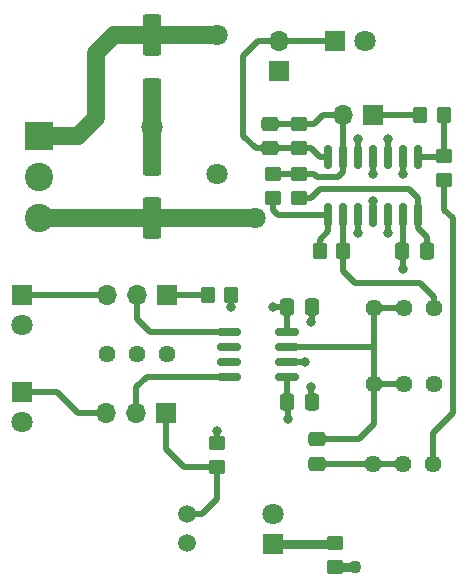
<source format=gbr>
%TF.GenerationSoftware,KiCad,Pcbnew,7.0.11-7.0.11~ubuntu22.04.1*%
%TF.CreationDate,2024-03-09T07:06:09+01:00*%
%TF.ProjectId,elcirc2024,656c6369-7263-4323-9032-342e6b696361,rev?*%
%TF.SameCoordinates,Original*%
%TF.FileFunction,Copper,L1,Top*%
%TF.FilePolarity,Positive*%
%FSLAX46Y46*%
G04 Gerber Fmt 4.6, Leading zero omitted, Abs format (unit mm)*
G04 Created by KiCad (PCBNEW 7.0.11-7.0.11~ubuntu22.04.1) date 2024-03-09 07:06:09*
%MOMM*%
%LPD*%
G01*
G04 APERTURE LIST*
G04 Aperture macros list*
%AMRoundRect*
0 Rectangle with rounded corners*
0 $1 Rounding radius*
0 $2 $3 $4 $5 $6 $7 $8 $9 X,Y pos of 4 corners*
0 Add a 4 corners polygon primitive as box body*
4,1,4,$2,$3,$4,$5,$6,$7,$8,$9,$2,$3,0*
0 Add four circle primitives for the rounded corners*
1,1,$1+$1,$2,$3*
1,1,$1+$1,$4,$5*
1,1,$1+$1,$6,$7*
1,1,$1+$1,$8,$9*
0 Add four rect primitives between the rounded corners*
20,1,$1+$1,$2,$3,$4,$5,0*
20,1,$1+$1,$4,$5,$6,$7,0*
20,1,$1+$1,$6,$7,$8,$9,0*
20,1,$1+$1,$8,$9,$2,$3,0*%
G04 Aperture macros list end*
%TA.AperFunction,ComponentPad*%
%ADD10R,1.800000X1.800000*%
%TD*%
%TA.AperFunction,ComponentPad*%
%ADD11C,1.800000*%
%TD*%
%TA.AperFunction,SMDPad,CuDef*%
%ADD12RoundRect,0.250000X0.450000X-0.350000X0.450000X0.350000X-0.450000X0.350000X-0.450000X-0.350000X0*%
%TD*%
%TA.AperFunction,ComponentPad*%
%ADD13C,1.500000*%
%TD*%
%TA.AperFunction,SMDPad,CuDef*%
%ADD14RoundRect,0.250000X-0.450000X0.350000X-0.450000X-0.350000X0.450000X-0.350000X0.450000X0.350000X0*%
%TD*%
%TA.AperFunction,SMDPad,CuDef*%
%ADD15RoundRect,0.250000X-0.337500X-0.475000X0.337500X-0.475000X0.337500X0.475000X-0.337500X0.475000X0*%
%TD*%
%TA.AperFunction,ComponentPad*%
%ADD16C,1.440000*%
%TD*%
%TA.AperFunction,ComponentPad*%
%ADD17R,1.700000X1.700000*%
%TD*%
%TA.AperFunction,ComponentPad*%
%ADD18O,1.700000X1.700000*%
%TD*%
%TA.AperFunction,SMDPad,CuDef*%
%ADD19RoundRect,0.150000X-0.825000X-0.150000X0.825000X-0.150000X0.825000X0.150000X-0.825000X0.150000X0*%
%TD*%
%TA.AperFunction,SMDPad,CuDef*%
%ADD20RoundRect,0.250000X0.350000X0.450000X-0.350000X0.450000X-0.350000X-0.450000X0.350000X-0.450000X0*%
%TD*%
%TA.AperFunction,SMDPad,CuDef*%
%ADD21RoundRect,0.250000X-0.550000X1.500000X-0.550000X-1.500000X0.550000X-1.500000X0.550000X1.500000X0*%
%TD*%
%TA.AperFunction,SMDPad,CuDef*%
%ADD22RoundRect,0.250000X-0.350000X-0.450000X0.350000X-0.450000X0.350000X0.450000X-0.350000X0.450000X0*%
%TD*%
%TA.AperFunction,SMDPad,CuDef*%
%ADD23RoundRect,0.250000X-0.475000X0.337500X-0.475000X-0.337500X0.475000X-0.337500X0.475000X0.337500X0*%
%TD*%
%TA.AperFunction,SMDPad,CuDef*%
%ADD24RoundRect,0.150000X-0.150000X0.825000X-0.150000X-0.825000X0.150000X-0.825000X0.150000X0.825000X0*%
%TD*%
%TA.AperFunction,ComponentPad*%
%ADD25R,2.400000X2.400000*%
%TD*%
%TA.AperFunction,ComponentPad*%
%ADD26C,2.400000*%
%TD*%
%TA.AperFunction,ViaPad*%
%ADD27C,1.800000*%
%TD*%
%TA.AperFunction,ViaPad*%
%ADD28C,0.800000*%
%TD*%
%TA.AperFunction,ViaPad*%
%ADD29C,1.100000*%
%TD*%
%TA.AperFunction,Conductor*%
%ADD30C,0.500000*%
%TD*%
%TA.AperFunction,Conductor*%
%ADD31C,1.500000*%
%TD*%
%TA.AperFunction,Conductor*%
%ADD32C,0.800000*%
%TD*%
G04 APERTURE END LIST*
D10*
%TO.P,LED1,1,K*%
%TO.N,Net-(LED1-K)*%
X100000000Y-100525000D03*
D11*
%TO.P,LED1,2,A*%
%TO.N,Net-(JP3-A)*%
X100000000Y-97985000D03*
%TD*%
D12*
%TO.P,R9,1*%
%TO.N,GNDREF*%
X105250000Y-102500000D03*
%TO.P,R9,2*%
%TO.N,Net-(LED1-K)*%
X105250000Y-100500000D03*
%TD*%
D13*
%TO.P,PHR1,1*%
%TO.N,Net-(JP1-A)*%
X92750000Y-98000000D03*
%TO.P,PHR1,2*%
%TO.N,GNDREF*%
X92750000Y-100500000D03*
%TD*%
D14*
%TO.P,R4,1*%
%TO.N,Net-(JP4-B)*%
X102250000Y-65000000D03*
%TO.P,R4,2*%
%TO.N,Net-(J2-Pin_1)*%
X102250000Y-67000000D03*
%TD*%
D12*
%TO.P,R5,1*%
%TO.N,Net-(JP1-A)*%
X95250000Y-94000000D03*
%TO.P,R5,2*%
%TO.N,+12V*%
X95250000Y-92000000D03*
%TD*%
D10*
%TO.P,J2,1,Pin_1*%
%TO.N,Net-(J2-Pin_1)*%
X105230000Y-58000000D03*
D11*
%TO.P,J2,2,Pin_2*%
%TO.N,GNDREF*%
X107770000Y-58000000D03*
%TD*%
D15*
%TO.P,C3,1*%
%TO.N,+12V*%
X101212500Y-80500000D03*
%TO.P,C3,2*%
%TO.N,GNDREF*%
X103287500Y-80500000D03*
%TD*%
D16*
%TO.P,TR3,1,1*%
%TO.N,Net-(U2D--)*%
X113657500Y-87010000D03*
%TO.P,TR3,2,2*%
%TO.N,Net-(C9-Pad1)*%
X111117500Y-87010000D03*
%TO.P,TR3,3,3*%
X108577500Y-87010000D03*
%TD*%
D15*
%TO.P,C7,1*%
%TO.N,Net-(U2D--)*%
X110962500Y-75750000D03*
%TO.P,C7,2*%
%TO.N,Net-(C7-Pad2)*%
X113037500Y-75750000D03*
%TD*%
D12*
%TO.P,R8,1*%
%TO.N,Net-(R8-Pad1)*%
X114500000Y-69750000D03*
%TO.P,R8,2*%
%TO.N,Net-(R7-Pad1)*%
X114500000Y-67750000D03*
%TD*%
D17*
%TO.P,JP3,1,A*%
%TO.N,Net-(JP3-A)*%
X100500000Y-60525000D03*
D18*
%TO.P,JP3,2,B*%
%TO.N,Net-(J2-Pin_1)*%
X100500000Y-57985000D03*
%TD*%
D19*
%TO.P,U1,1,-*%
%TO.N,Net-(JP2-C)*%
X96275000Y-82595000D03*
%TO.P,U1,2,Rg*%
%TO.N,unconnected-(U1-Rg-Pad2)*%
X96275000Y-83865000D03*
%TO.P,U1,3,Rg*%
%TO.N,unconnected-(U1-Rg-Pad3)*%
X96275000Y-85135000D03*
%TO.P,U1,4,+*%
%TO.N,Net-(JP1-C)*%
X96275000Y-86405000D03*
%TO.P,U1,5,Vs-*%
%TO.N,-12V*%
X101225000Y-86405000D03*
%TO.P,U1,6,Ref*%
%TO.N,GNDREF*%
X101225000Y-85135000D03*
%TO.P,U1,7*%
%TO.N,Net-(C9-Pad1)*%
X101225000Y-83865000D03*
%TO.P,U1,8,Vs+*%
%TO.N,+12V*%
X101225000Y-82595000D03*
%TD*%
D10*
%TO.P,J4,1,Pin_1*%
%TO.N,Net-(J4-Pin_1)*%
X78750000Y-87710000D03*
D11*
%TO.P,J4,2,Pin_2*%
%TO.N,GNDREF*%
X78750000Y-90250000D03*
%TD*%
D20*
%TO.P,R7,1*%
%TO.N,Net-(R7-Pad1)*%
X114500000Y-64250000D03*
%TO.P,R7,2*%
%TO.N,Net-(JP4-A)*%
X112500000Y-64250000D03*
%TD*%
D21*
%TO.P,C1,1*%
%TO.N,+12V*%
X89750000Y-57450000D03*
%TO.P,C1,2*%
%TO.N,GNDREF*%
X89750000Y-62850000D03*
%TD*%
D22*
%TO.P,R6,1*%
%TO.N,Net-(JP2-A)*%
X94500000Y-79500000D03*
%TO.P,R6,2*%
%TO.N,+12V*%
X96500000Y-79500000D03*
%TD*%
D12*
%TO.P,R3,1*%
%TO.N,Net-(C7-Pad2)*%
X102250000Y-71250000D03*
%TO.P,R3,2*%
%TO.N,Net-(JP4-B)*%
X102250000Y-69250000D03*
%TD*%
D17*
%TO.P,JP2,1,A*%
%TO.N,Net-(JP2-A)*%
X91025000Y-79500000D03*
D18*
%TO.P,JP2,2,C*%
%TO.N,Net-(JP2-C)*%
X88485000Y-79500000D03*
%TO.P,JP2,3,B*%
%TO.N,Net-(J3-Pin_1)*%
X85945000Y-79500000D03*
%TD*%
D23*
%TO.P,C8,1*%
%TO.N,Net-(JP4-B)*%
X99800000Y-64972500D03*
%TO.P,C8,2*%
%TO.N,Net-(J2-Pin_1)*%
X99800000Y-67047500D03*
%TD*%
D21*
%TO.P,C2,1*%
%TO.N,GNDREF*%
X89750000Y-67600000D03*
%TO.P,C2,2*%
%TO.N,-12V*%
X89750000Y-73000000D03*
%TD*%
D24*
%TO.P,U2,1*%
%TO.N,Net-(R7-Pad1)*%
X112272500Y-67775000D03*
%TO.P,U2,2,-*%
%TO.N,Net-(U2A--)*%
X111002500Y-67775000D03*
%TO.P,U2,3,+*%
%TO.N,GNDREF*%
X109732500Y-67775000D03*
%TO.P,U2,4,V+*%
%TO.N,+12V*%
X108462500Y-67775000D03*
%TO.P,U2,5,+*%
%TO.N,GNDREF*%
X107192500Y-67775000D03*
%TO.P,U2,6,-*%
%TO.N,Net-(JP4-B)*%
X105922500Y-67775000D03*
%TO.P,U2,7*%
%TO.N,Net-(J2-Pin_1)*%
X104652500Y-67775000D03*
%TO.P,U2,8*%
%TO.N,Net-(R1-Pad2)*%
X104652500Y-72725000D03*
%TO.P,U2,9,-*%
%TO.N,Net-(U2C--)*%
X105922500Y-72725000D03*
%TO.P,U2,10,+*%
%TO.N,GNDREF*%
X107192500Y-72725000D03*
%TO.P,U2,11,V-*%
%TO.N,-12V*%
X108462500Y-72725000D03*
%TO.P,U2,12,+*%
%TO.N,GNDREF*%
X109732500Y-72725000D03*
%TO.P,U2,13,-*%
%TO.N,Net-(U2D--)*%
X111002500Y-72725000D03*
%TO.P,U2,14*%
%TO.N,Net-(C7-Pad2)*%
X112272500Y-72725000D03*
%TD*%
D17*
%TO.P,JP1,1,A*%
%TO.N,Net-(JP1-A)*%
X91000000Y-89500000D03*
D18*
%TO.P,JP1,2,C*%
%TO.N,Net-(JP1-C)*%
X88460000Y-89500000D03*
%TO.P,JP1,3,B*%
%TO.N,Net-(J4-Pin_1)*%
X85920000Y-89500000D03*
%TD*%
D12*
%TO.P,R2,1*%
%TO.N,Net-(R1-Pad2)*%
X100000000Y-71250000D03*
%TO.P,R2,2*%
%TO.N,Net-(JP4-B)*%
X100000000Y-69250000D03*
%TD*%
D25*
%TO.P,J1,1,Pin_1*%
%TO.N,+12V*%
X80250000Y-66000000D03*
D26*
%TO.P,J1,2,Pin_2*%
%TO.N,GNDREF*%
X80250000Y-69500000D03*
%TO.P,J1,3,Pin_3*%
%TO.N,-12V*%
X80250000Y-73000000D03*
%TD*%
D10*
%TO.P,J3,1,Pin_1*%
%TO.N,Net-(J3-Pin_1)*%
X78750000Y-79460000D03*
D11*
%TO.P,J3,2,Pin_2*%
%TO.N,GNDREF*%
X78750000Y-82000000D03*
%TD*%
D16*
%TO.P,TR2,1,1*%
%TO.N,Net-(U2C--)*%
X113657500Y-80560000D03*
%TO.P,TR2,2,2*%
%TO.N,Net-(C9-Pad1)*%
X111117500Y-80560000D03*
%TO.P,TR2,3,3*%
X108577500Y-80560000D03*
%TD*%
%TO.P,TR4,1,1*%
%TO.N,GNDREF*%
X85950000Y-84500000D03*
%TO.P,TR4,2,2*%
X88490000Y-84500000D03*
%TO.P,TR4,3,3*%
%TO.N,Net-(JP2-A)*%
X91030000Y-84500000D03*
%TD*%
D20*
%TO.P,R1,1*%
%TO.N,Net-(U2C--)*%
X105962500Y-75750000D03*
%TO.P,R1,2*%
%TO.N,Net-(R1-Pad2)*%
X103962500Y-75750000D03*
%TD*%
D23*
%TO.P,C9,1*%
%TO.N,Net-(C9-Pad1)*%
X103750000Y-91712500D03*
%TO.P,C9,2*%
%TO.N,Net-(U2A--)*%
X103750000Y-93787500D03*
%TD*%
D16*
%TO.P,TR1,1,1*%
%TO.N,Net-(R8-Pad1)*%
X113550000Y-93750000D03*
%TO.P,TR1,2,2*%
%TO.N,Net-(U2A--)*%
X111010000Y-93750000D03*
%TO.P,TR1,3,3*%
X108470000Y-93750000D03*
%TD*%
D17*
%TO.P,JP4,1,A*%
%TO.N,Net-(JP4-A)*%
X108525000Y-64250000D03*
D18*
%TO.P,JP4,2,B*%
%TO.N,Net-(JP4-B)*%
X105985000Y-64250000D03*
%TD*%
D15*
%TO.P,C4,1*%
%TO.N,-12V*%
X101212500Y-88500000D03*
%TO.P,C4,2*%
%TO.N,GNDREF*%
X103287500Y-88500000D03*
%TD*%
D27*
%TO.N,+12V*%
X95250000Y-69250000D03*
X95250000Y-57500000D03*
D28*
X108500000Y-69250000D03*
X100000000Y-80500000D03*
X96500000Y-80500000D03*
X95250000Y-91000000D03*
%TO.N,GNDREF*%
X103250000Y-87250000D03*
X107192500Y-66307500D03*
D29*
X107000000Y-102500000D03*
D28*
X102750000Y-85135000D03*
X109750000Y-74250000D03*
X103250000Y-81750000D03*
X107250000Y-74250000D03*
X109732500Y-66267500D03*
D27*
X89750000Y-65250000D03*
%TO.N,-12V*%
X98500000Y-73000000D03*
D28*
X108462500Y-71537500D03*
X101250000Y-90000000D03*
%TO.N,Net-(U2D--)*%
X111000000Y-77250000D03*
%TO.N,Net-(U2A--)*%
X111000000Y-69250000D03*
%TD*%
D30*
%TO.N,+12V*%
X101212500Y-80500000D02*
X100000000Y-80500000D01*
D31*
X80250000Y-66000000D02*
X83500000Y-66000000D01*
X95250000Y-57500000D02*
X89800000Y-57500000D01*
D30*
X108462500Y-69212500D02*
X108500000Y-69250000D01*
D31*
X89800000Y-57500000D02*
X89750000Y-57450000D01*
X86550000Y-57450000D02*
X89750000Y-57450000D01*
X83500000Y-66000000D02*
X85000000Y-64500000D01*
D30*
X108462500Y-67775000D02*
X108462500Y-69212500D01*
D31*
X85000000Y-64500000D02*
X85000000Y-59000000D01*
X85000000Y-59000000D02*
X86550000Y-57450000D01*
D30*
X96500000Y-79500000D02*
X96500000Y-80500000D01*
X101225000Y-82595000D02*
X101225000Y-80512500D01*
X101225000Y-80512500D02*
X101212500Y-80500000D01*
X95250000Y-92000000D02*
X95250000Y-91000000D01*
D31*
%TO.N,GNDREF*%
X89750000Y-62850000D02*
X89750000Y-67600000D01*
D30*
X107250000Y-66250000D02*
X107192500Y-66307500D01*
X107192500Y-74192500D02*
X107250000Y-74250000D01*
X107192500Y-72725000D02*
X107192500Y-74192500D01*
D32*
X105250000Y-102500000D02*
X107000000Y-102500000D01*
D30*
X109750000Y-66250000D02*
X109732500Y-66267500D01*
X103250000Y-81750000D02*
X103287500Y-81462500D01*
X103287500Y-88500000D02*
X103250000Y-87250000D01*
X107192500Y-67775000D02*
X107192500Y-66307500D01*
X102750000Y-85135000D02*
X101225000Y-85135000D01*
X109732500Y-67775000D02*
X109732500Y-66267500D01*
X103287500Y-81462500D02*
X103287500Y-80500000D01*
X109732500Y-72725000D02*
X109732500Y-74232500D01*
X109732500Y-74232500D02*
X109750000Y-74250000D01*
%TO.N,-12V*%
X101225000Y-86405000D02*
X101225000Y-88487500D01*
X101225000Y-88487500D02*
X101212500Y-88500000D01*
X108500000Y-71500000D02*
X108462500Y-71537500D01*
D31*
X80250000Y-73000000D02*
X89750000Y-73000000D01*
D30*
X108462500Y-72725000D02*
X108462500Y-71537500D01*
X101212500Y-88500000D02*
X101250000Y-90000000D01*
D31*
X98500000Y-73000000D02*
X89750000Y-73000000D01*
D30*
%TO.N,Net-(U2D--)*%
X111000000Y-77250000D02*
X111000000Y-75787500D01*
X111002500Y-72725000D02*
X111002500Y-75710000D01*
X111000000Y-75787500D02*
X110962500Y-75750000D01*
X111002500Y-75710000D02*
X110962500Y-75750000D01*
%TO.N,Net-(C7-Pad2)*%
X104000000Y-70500000D02*
X103250000Y-71250000D01*
X113037500Y-74537500D02*
X113037500Y-75750000D01*
X112272500Y-71272500D02*
X111500000Y-70500000D01*
X112250000Y-72747500D02*
X112272500Y-72725000D01*
X111500000Y-70500000D02*
X104000000Y-70500000D01*
X112272500Y-72725000D02*
X112272500Y-71272500D01*
X103250000Y-71250000D02*
X102250000Y-71250000D01*
X112272500Y-72725000D02*
X112272500Y-73772500D01*
X112272500Y-73772500D02*
X113037500Y-74537500D01*
%TO.N,Net-(JP4-B)*%
X105922500Y-69077500D02*
X105922500Y-67775000D01*
X103500000Y-69250000D02*
X103750000Y-69500000D01*
X99800000Y-64972500D02*
X102222500Y-64972500D01*
X102222500Y-64972500D02*
X102250000Y-65000000D01*
X100000000Y-69250000D02*
X102250000Y-69250000D01*
X103500000Y-65000000D02*
X104250000Y-64250000D01*
X105500000Y-69500000D02*
X105922500Y-69077500D01*
X105922500Y-67775000D02*
X105922500Y-64312500D01*
X105922500Y-64312500D02*
X105985000Y-64250000D01*
X104250000Y-64250000D02*
X105985000Y-64250000D01*
X102250000Y-65000000D02*
X103500000Y-65000000D01*
X103750000Y-69500000D02*
X105500000Y-69500000D01*
X102250000Y-69250000D02*
X103500000Y-69250000D01*
%TO.N,Net-(J2-Pin_1)*%
X103250000Y-67000000D02*
X102250000Y-67000000D01*
X99800000Y-67047500D02*
X102202500Y-67047500D01*
X104652500Y-67775000D02*
X104025000Y-67775000D01*
X105230000Y-58000000D02*
X98750000Y-58000000D01*
X104025000Y-67775000D02*
X103250000Y-67000000D01*
X97500000Y-66000000D02*
X98547500Y-67047500D01*
X98547500Y-67047500D02*
X99800000Y-67047500D01*
X102202500Y-67047500D02*
X102250000Y-67000000D01*
X98750000Y-58000000D02*
X97500000Y-59250000D01*
X97500000Y-59250000D02*
X97500000Y-66000000D01*
%TO.N,Net-(C9-Pad1)*%
X101225000Y-83865000D02*
X108462500Y-83865000D01*
X108577500Y-90422500D02*
X108577500Y-87010000D01*
X108462500Y-83865000D02*
X108577500Y-83750000D01*
X108577500Y-83750000D02*
X108577500Y-80560000D01*
X108577500Y-80560000D02*
X111117500Y-80560000D01*
X107287500Y-91712500D02*
X108577500Y-90422500D01*
X108577500Y-87010000D02*
X108577500Y-83750000D01*
X111117500Y-87010000D02*
X108577500Y-87010000D01*
X103750000Y-91712500D02*
X107287500Y-91712500D01*
%TO.N,Net-(U2C--)*%
X105962500Y-72765000D02*
X105922500Y-72725000D01*
X105962500Y-77462500D02*
X105962500Y-75750000D01*
X107000000Y-78500000D02*
X105962500Y-77462500D01*
X105962500Y-75750000D02*
X105962500Y-72765000D01*
X113657500Y-80560000D02*
X113657500Y-79657500D01*
X113657500Y-79657500D02*
X112500000Y-78500000D01*
X112500000Y-78500000D02*
X107000000Y-78500000D01*
%TO.N,Net-(J3-Pin_1)*%
X78750000Y-79460000D02*
X85905000Y-79460000D01*
X85905000Y-79460000D02*
X85945000Y-79500000D01*
%TO.N,Net-(J4-Pin_1)*%
X81710000Y-87710000D02*
X78750000Y-87710000D01*
X83500000Y-89500000D02*
X81710000Y-87710000D01*
X85920000Y-89500000D02*
X83500000Y-89500000D01*
%TO.N,Net-(JP1-A)*%
X92750000Y-98000000D02*
X94000000Y-98000000D01*
X95250000Y-96750000D02*
X95250000Y-94000000D01*
X94000000Y-98000000D02*
X95250000Y-96750000D01*
X91000000Y-89500000D02*
X91000000Y-92500000D01*
X91000000Y-92500000D02*
X92500000Y-94000000D01*
X92500000Y-94000000D02*
X95250000Y-94000000D01*
%TO.N,Net-(JP1-C)*%
X89345000Y-86405000D02*
X88460000Y-87290000D01*
X88460000Y-87290000D02*
X88460000Y-89500000D01*
X96275000Y-86405000D02*
X89345000Y-86405000D01*
%TO.N,Net-(JP2-A)*%
X91030000Y-79505000D02*
X91025000Y-79500000D01*
X94500000Y-79500000D02*
X91025000Y-79500000D01*
%TO.N,Net-(JP2-C)*%
X96275000Y-82595000D02*
X89595000Y-82595000D01*
X88485000Y-79500000D02*
X88485000Y-81485000D01*
X89595000Y-82595000D02*
X88485000Y-81485000D01*
%TO.N,Net-(JP4-A)*%
X112500000Y-64250000D02*
X108525000Y-64250000D01*
%TO.N,Net-(U2A--)*%
X111002500Y-69247500D02*
X111000000Y-69250000D01*
X108470000Y-93750000D02*
X103787500Y-93750000D01*
X103787500Y-93750000D02*
X103750000Y-93787500D01*
X111010000Y-93750000D02*
X108470000Y-93750000D01*
X111002500Y-67775000D02*
X111002500Y-69247500D01*
%TO.N,Net-(R1-Pad2)*%
X103962500Y-74787500D02*
X103962500Y-75750000D01*
X100000000Y-72250000D02*
X100000000Y-71250000D01*
X104652500Y-72725000D02*
X104652500Y-74097500D01*
X100475000Y-72725000D02*
X100000000Y-72250000D01*
X104652500Y-74097500D02*
X103962500Y-74787500D01*
X104652500Y-72725000D02*
X100475000Y-72725000D01*
%TO.N,Net-(R7-Pad1)*%
X112272500Y-67775000D02*
X114475000Y-67775000D01*
X114500000Y-64250000D02*
X114500000Y-67750000D01*
X114475000Y-67775000D02*
X114500000Y-67750000D01*
%TO.N,Net-(R8-Pad1)*%
X114500000Y-72250000D02*
X114500000Y-69750000D01*
X115250000Y-73000000D02*
X114500000Y-72250000D01*
X113550000Y-93750000D02*
X113550000Y-91200000D01*
X113550000Y-91200000D02*
X115250000Y-89500000D01*
X115250000Y-89500000D02*
X115250000Y-73000000D01*
D32*
%TO.N,Net-(LED1-K)*%
X105225000Y-100525000D02*
X105250000Y-100500000D01*
X100000000Y-100525000D02*
X105225000Y-100525000D01*
%TD*%
M02*

</source>
